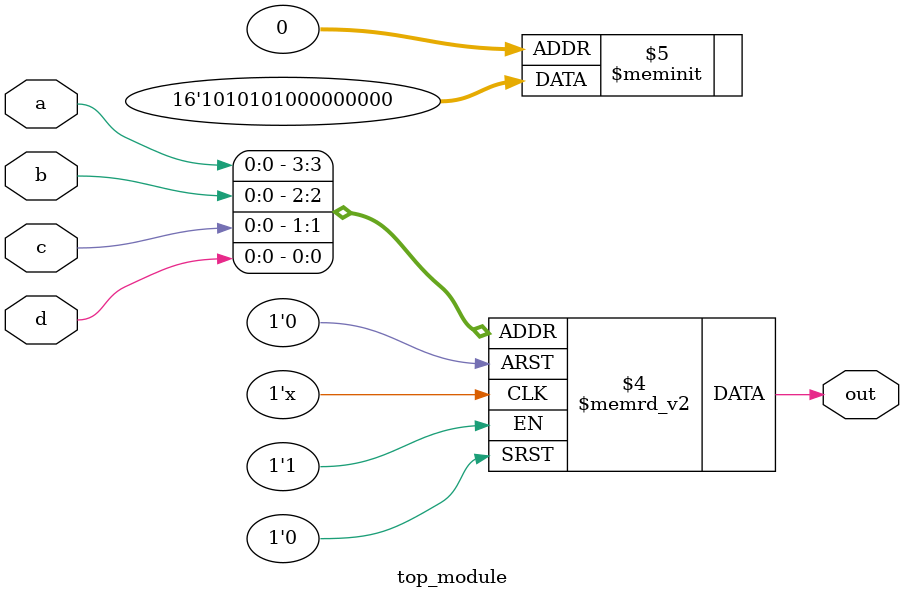
<source format=sv>
module top_module (
	input a, 
	input b,
	input c,
	input d,
	output reg out
);

always @(*) begin
    case ({a, b, c, d})
        4'b0000: out = 0;
        4'b0001: out = 0;
        4'b0010: out = 0;
        4'b0011: out = 0;
        4'b0100: out = 0;
        4'b0101: out = 0;
        4'b0110: out = 0;
        4'b0111: out = 0;
        4'b1000: out = 0;
        4'b1001: out = 1;
        4'b1010: out = 0;
        4'b1011: out = 1;
        4'b1100: out = 0;
        4'b1101: out = 1;
        4'b1110: out = 0;
        4'b1111: out = 1;
        default: out = 0;
    endcase
end

endmodule

</source>
